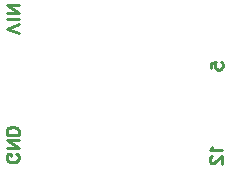
<source format=gbo>
G04 DipTrace Beta 2.3.5.2*
%INBuckYeah.GBO*%
%MOIN*%
%ADD36C,0.0087*%
%FSLAX44Y44*%
G04*
G70*
G90*
G75*
G01*
%LNBottom BottomSilk*%
%LPD*%
X851Y4607D2*
D36*
X450Y4760D1*
X851Y4913D1*
Y5088D2*
X450D1*
X851Y5531D2*
X450D1*
X851Y5263D1*
X450D1*
X756Y595D2*
X794Y576D1*
X832Y538D1*
X851Y500D1*
Y423D1*
X832Y385D1*
X794Y347D1*
X756Y327D1*
X698Y308D1*
X603D1*
X545Y327D1*
X507Y347D1*
X469Y385D1*
X450Y423D1*
Y500D1*
X469Y538D1*
X507Y576D1*
X545Y595D1*
X603D1*
Y500D1*
X851Y1038D2*
X450D1*
X851Y770D1*
X450D1*
X851Y1213D2*
X450D1*
Y1347D1*
X469Y1405D1*
X507Y1443D1*
X545Y1462D1*
X603Y1481D1*
X698D1*
X756Y1462D1*
X794Y1443D1*
X832Y1405D1*
X851Y1347D1*
Y1213D1*
X7288Y796D2*
X7268Y757D1*
X7211Y700D1*
X7613D1*
X7307Y505D2*
X7288D1*
X7249Y486D1*
X7230Y467D1*
X7211Y429D1*
Y352D1*
X7230Y314D1*
X7249Y295D1*
X7288Y276D1*
X7326D1*
X7364Y295D1*
X7421Y333D1*
X7613Y525D1*
Y257D1*
X7251Y3431D2*
Y3622D1*
X7423Y3641D1*
X7404Y3622D1*
X7384Y3564D1*
Y3507D1*
X7404Y3450D1*
X7442Y3411D1*
X7499Y3392D1*
X7537D1*
X7595Y3411D1*
X7633Y3450D1*
X7652Y3507D1*
Y3564D1*
X7633Y3622D1*
X7614Y3641D1*
X7576Y3660D1*
M02*

</source>
